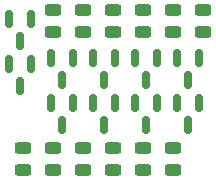
<source format=gbr>
%TF.GenerationSoftware,KiCad,Pcbnew,(6.0.2)*%
%TF.CreationDate,2023-02-28T22:47:18+08:00*%
%TF.ProjectId,OR_gate,4f525f67-6174-4652-9e6b-696361645f70,rev?*%
%TF.SameCoordinates,Original*%
%TF.FileFunction,Paste,Top*%
%TF.FilePolarity,Positive*%
%FSLAX46Y46*%
G04 Gerber Fmt 4.6, Leading zero omitted, Abs format (unit mm)*
G04 Created by KiCad (PCBNEW (6.0.2)) date 2023-02-28 22:47:18*
%MOMM*%
%LPD*%
G01*
G04 APERTURE LIST*
G04 Aperture macros list*
%AMRoundRect*
0 Rectangle with rounded corners*
0 $1 Rounding radius*
0 $2 $3 $4 $5 $6 $7 $8 $9 X,Y pos of 4 corners*
0 Add a 4 corners polygon primitive as box body*
4,1,4,$2,$3,$4,$5,$6,$7,$8,$9,$2,$3,0*
0 Add four circle primitives for the rounded corners*
1,1,$1+$1,$2,$3*
1,1,$1+$1,$4,$5*
1,1,$1+$1,$6,$7*
1,1,$1+$1,$8,$9*
0 Add four rect primitives between the rounded corners*
20,1,$1+$1,$2,$3,$4,$5,0*
20,1,$1+$1,$4,$5,$6,$7,0*
20,1,$1+$1,$6,$7,$8,$9,0*
20,1,$1+$1,$8,$9,$2,$3,0*%
G04 Aperture macros list end*
%ADD10RoundRect,0.150000X-0.150000X0.587500X-0.150000X-0.587500X0.150000X-0.587500X0.150000X0.587500X0*%
%ADD11RoundRect,0.243750X0.456250X-0.243750X0.456250X0.243750X-0.456250X0.243750X-0.456250X-0.243750X0*%
%ADD12RoundRect,0.243750X-0.456250X0.243750X-0.456250X-0.243750X0.456250X-0.243750X0.456250X0.243750X0*%
G04 APERTURE END LIST*
D10*
%TO.C,Q12*%
X73848000Y-53164500D03*
X71948000Y-53164500D03*
X72898000Y-55039500D03*
%TD*%
D11*
%TO.C,D7*%
X68580000Y-58849500D03*
X68580000Y-56974500D03*
%TD*%
%TO.C,D4*%
X76200000Y-58849500D03*
X76200000Y-56974500D03*
%TD*%
D12*
%TO.C,D6*%
X81280000Y-45290500D03*
X81280000Y-47165500D03*
%TD*%
D11*
%TO.C,D12*%
X73660000Y-58849500D03*
X73660000Y-56974500D03*
%TD*%
D12*
%TO.C,D11*%
X76200000Y-45290500D03*
X76200000Y-47165500D03*
%TD*%
%TO.C,D2*%
X78740000Y-45290500D03*
X78740000Y-47165500D03*
%TD*%
%TO.C,D9*%
X73660000Y-45290500D03*
X73660000Y-47165500D03*
%TD*%
D10*
%TO.C,Q7*%
X80960000Y-49354500D03*
X79060000Y-49354500D03*
X80010000Y-51229500D03*
%TD*%
D11*
%TO.C,D8*%
X78740000Y-58849500D03*
X78740000Y-56974500D03*
%TD*%
D10*
%TO.C,Q9*%
X70292000Y-49354500D03*
X68392000Y-49354500D03*
X69342000Y-51229500D03*
%TD*%
%TO.C,Q1*%
X66736000Y-46052500D03*
X64836000Y-46052500D03*
X65786000Y-47927500D03*
%TD*%
%TO.C,Q4*%
X77404000Y-53164500D03*
X75504000Y-53164500D03*
X76454000Y-55039500D03*
%TD*%
%TO.C,Q3*%
X77404000Y-49354500D03*
X75504000Y-49354500D03*
X76454000Y-51229500D03*
%TD*%
D12*
%TO.C,D5*%
X71120000Y-45290500D03*
X71120000Y-47165500D03*
%TD*%
D10*
%TO.C,Q2*%
X66736000Y-49862500D03*
X64836000Y-49862500D03*
X65786000Y-51737500D03*
%TD*%
%TO.C,Q10*%
X70292000Y-53164500D03*
X68392000Y-53164500D03*
X69342000Y-55039500D03*
%TD*%
D11*
%TO.C,D3*%
X66040000Y-58849500D03*
X66040000Y-56974500D03*
%TD*%
D10*
%TO.C,Q8*%
X80960000Y-53164500D03*
X79060000Y-53164500D03*
X80010000Y-55039500D03*
%TD*%
D11*
%TO.C,D10*%
X71120000Y-58849500D03*
X71120000Y-56974500D03*
%TD*%
D10*
%TO.C,Q11*%
X73848000Y-49354500D03*
X71948000Y-49354500D03*
X72898000Y-51229500D03*
%TD*%
D12*
%TO.C,D1*%
X68580000Y-45290500D03*
X68580000Y-47165500D03*
%TD*%
M02*

</source>
